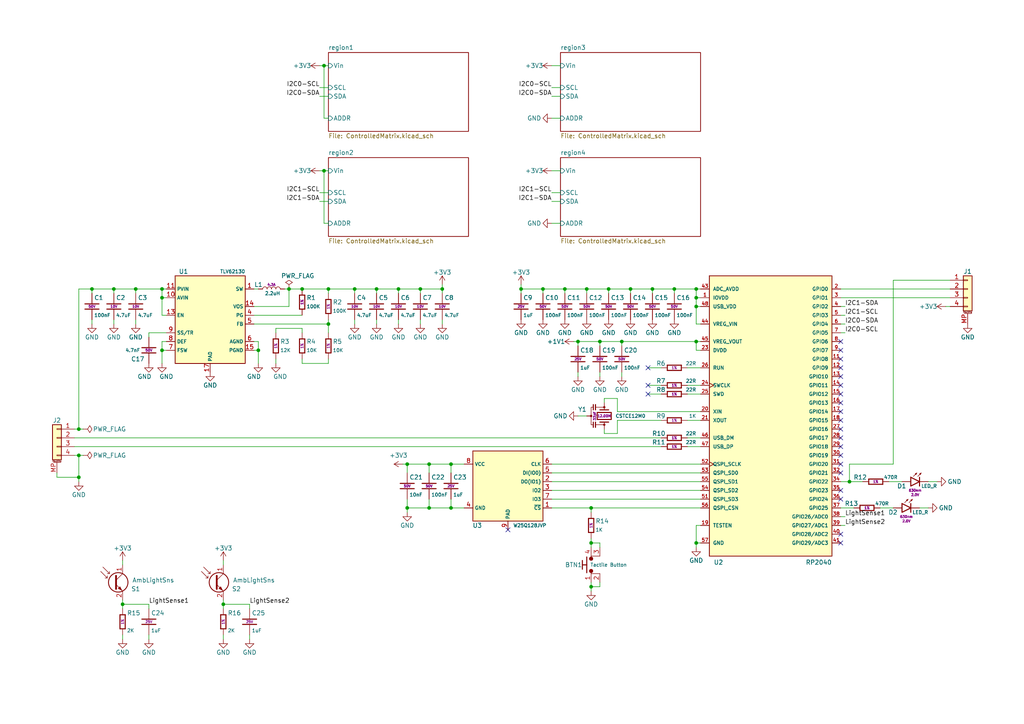
<source format=kicad_sch>
(kicad_sch (version 20211123) (generator eeschema)
  (paper "A4")
  (junction (at 201.93 99.06))
  (junction (at 39.37 83.82))
  (junction (at 22.86 132.08))
  (junction (at 35.56 175.26))
  (junction (at 22.86 138.43))
  (junction (at 124.46 134.62))
  (junction (at 46.99 83.82))
  (junction (at 180.34 99.06))
  (junction (at 118.11 134.62))
  (junction (at 157.48 83.82))
  (junction (at 87.63 83.82))
  (junction (at 124.46 147.32))
  (junction (at 102.87 83.82))
  (junction (at 109.22 83.82))
  (junction (at 118.11 147.32))
  (junction (at 171.45 157.48))
  (junction (at 33.02 83.82))
  (junction (at 115.57 83.82))
  (junction (at 201.93 157.48))
  (junction (at 182.88 83.82))
  (junction (at 128.27 83.82))
  (junction (at 93.98 49.53))
  (junction (at 170.18 83.82))
  (junction (at 176.53 83.82))
  (junction (at 95.25 93.98))
  (junction (at 201.93 83.82))
  (junction (at 173.99 99.06))
  (junction (at 246.38 139.7))
  (junction (at 201.93 88.9))
  (junction (at 201.93 86.36))
  (junction (at 195.58 83.82))
  (junction (at 151.13 83.82))
  (junction (at 121.92 83.82))
  (junction (at 95.25 83.82))
  (junction (at 46.99 86.36))
  (junction (at 171.45 147.32))
  (junction (at 171.45 170.18))
  (junction (at 83.82 83.82))
  (junction (at 93.98 19.05))
  (junction (at 189.23 83.82))
  (junction (at 22.86 124.46))
  (junction (at 74.93 101.6))
  (junction (at 26.67 83.82))
  (junction (at 130.81 147.32))
  (junction (at 130.81 134.62))
  (junction (at 167.64 99.06))
  (junction (at 64.77 175.26))
  (junction (at 46.99 101.6))
  (junction (at 163.83 83.82))
  (no_connect (at 243.84 109.22))
  (no_connect (at 243.84 119.38))
  (no_connect (at 243.84 154.94))
  (no_connect (at 243.84 99.06))
  (no_connect (at 187.96 111.76))
  (no_connect (at 243.84 111.76))
  (no_connect (at 243.84 121.92))
  (no_connect (at 243.84 124.46))
  (no_connect (at 243.84 129.54))
  (no_connect (at 243.84 137.16))
  (no_connect (at 147.32 153.67))
  (no_connect (at 243.84 157.48))
  (no_connect (at 243.84 144.78))
  (no_connect (at 187.96 114.3))
  (no_connect (at 243.84 104.14))
  (no_connect (at 243.84 132.08))
  (no_connect (at 243.84 127))
  (no_connect (at 243.84 101.6))
  (no_connect (at 187.96 106.68))
  (no_connect (at 243.84 114.3))
  (no_connect (at 243.84 134.62))
  (no_connect (at 243.84 106.68))
  (no_connect (at 243.84 116.84))
  (no_connect (at 243.84 142.24))
  (wire (pts (xy 160.02 34.29) (xy 162.56 34.29)))
  (wire (pts (xy 163.83 83.82) (xy 170.18 83.82)))
  (wire (pts (xy 26.67 85.09) (xy 26.67 83.82)))
  (wire (pts (xy 48.26 91.44) (xy 46.99 91.44)))
  (wire (pts (xy 95.25 64.77) (xy 93.98 64.77)))
  (wire (pts (xy 160.02 27.94) (xy 162.56 27.94)))
  (wire (pts (xy 93.98 34.29) (xy 93.98 19.05)))
  (wire (pts (xy 187.96 114.3) (xy 191.77 114.3)))
  (wire (pts (xy 173.99 107.95) (xy 173.99 109.22)))
  (wire (pts (xy 26.67 92.71) (xy 26.67 93.98)))
  (wire (pts (xy 121.92 83.82) (xy 128.27 83.82)))
  (wire (pts (xy 173.99 99.06) (xy 180.34 99.06)))
  (wire (pts (xy 160.02 49.53) (xy 162.56 49.53)))
  (wire (pts (xy 26.67 83.82) (xy 33.02 83.82)))
  (wire (pts (xy 95.25 105.41) (xy 95.25 104.14)))
  (wire (pts (xy 73.66 99.06) (xy 74.93 99.06)))
  (wire (pts (xy 102.87 85.09) (xy 102.87 83.82)))
  (wire (pts (xy 259.08 134.62) (xy 246.38 134.62)))
  (wire (pts (xy 64.77 162.56) (xy 64.77 163.83)))
  (wire (pts (xy 102.87 83.82) (xy 95.25 83.82)))
  (wire (pts (xy 187.96 111.76) (xy 191.77 111.76)))
  (wire (pts (xy 157.48 85.09) (xy 157.48 83.82)))
  (wire (pts (xy 199.39 114.3) (xy 203.2 114.3)))
  (wire (pts (xy 203.2 86.36) (xy 201.93 86.36)))
  (wire (pts (xy 189.23 85.09) (xy 189.23 83.82)))
  (wire (pts (xy 187.96 106.68) (xy 191.77 106.68)))
  (wire (pts (xy 160.02 134.62) (xy 203.2 134.62)))
  (wire (pts (xy 83.82 88.9) (xy 83.82 83.82)))
  (wire (pts (xy 21.59 127) (xy 191.77 127)))
  (wire (pts (xy 255.27 147.32) (xy 259.08 147.32)))
  (wire (pts (xy 203.2 119.38) (xy 179.07 119.38)))
  (wire (pts (xy 39.37 83.82) (xy 46.99 83.82)))
  (wire (pts (xy 43.18 175.26) (xy 35.56 175.26)))
  (wire (pts (xy 35.56 175.26) (xy 35.56 176.53)))
  (wire (pts (xy 124.46 144.78) (xy 124.46 147.32)))
  (wire (pts (xy 266.7 147.32) (xy 269.24 147.32)))
  (wire (pts (xy 173.99 170.18) (xy 171.45 170.18)))
  (wire (pts (xy 130.81 144.78) (xy 130.81 147.32)))
  (wire (pts (xy 130.81 147.32) (xy 134.62 147.32)))
  (wire (pts (xy 201.93 157.48) (xy 201.93 158.75)))
  (wire (pts (xy 124.46 134.62) (xy 124.46 137.16)))
  (wire (pts (xy 48.26 96.52) (xy 43.18 96.52)))
  (wire (pts (xy 64.77 173.99) (xy 64.77 175.26)))
  (wire (pts (xy 115.57 83.82) (xy 121.92 83.82)))
  (wire (pts (xy 245.11 96.52) (xy 243.84 96.52)))
  (wire (pts (xy 160.02 64.77) (xy 162.56 64.77)))
  (wire (pts (xy 118.11 147.32) (xy 124.46 147.32)))
  (wire (pts (xy 199.39 106.68) (xy 203.2 106.68)))
  (wire (pts (xy 72.39 176.53) (xy 72.39 175.26)))
  (wire (pts (xy 118.11 134.62) (xy 118.11 137.16)))
  (wire (pts (xy 118.11 147.32) (xy 118.11 148.59)))
  (wire (pts (xy 43.18 176.53) (xy 43.18 175.26)))
  (wire (pts (xy 175.26 115.57) (xy 175.26 116.84)))
  (wire (pts (xy 73.66 83.82) (xy 74.93 83.82)))
  (wire (pts (xy 130.81 134.62) (xy 134.62 134.62)))
  (wire (pts (xy 128.27 92.71) (xy 128.27 93.98)))
  (wire (pts (xy 199.39 111.76) (xy 203.2 111.76)))
  (wire (pts (xy 171.45 170.18) (xy 171.45 168.91)))
  (wire (pts (xy 95.25 83.82) (xy 87.63 83.82)))
  (wire (pts (xy 179.07 115.57) (xy 175.26 115.57)))
  (wire (pts (xy 109.22 83.82) (xy 109.22 85.09)))
  (wire (pts (xy 201.93 99.06) (xy 201.93 101.6)))
  (wire (pts (xy 95.25 93.98) (xy 95.25 96.52)))
  (wire (pts (xy 46.99 86.36) (xy 48.26 86.36)))
  (wire (pts (xy 170.18 83.82) (xy 170.18 85.09)))
  (wire (pts (xy 39.37 83.82) (xy 39.37 85.09)))
  (wire (pts (xy 160.02 25.4) (xy 162.56 25.4)))
  (wire (pts (xy 118.11 144.78) (xy 118.11 147.32)))
  (wire (pts (xy 35.56 162.56) (xy 35.56 163.83)))
  (wire (pts (xy 274.32 88.9) (xy 275.59 88.9)))
  (wire (pts (xy 180.34 99.06) (xy 201.93 99.06)))
  (wire (pts (xy 95.25 85.09) (xy 95.25 83.82)))
  (wire (pts (xy 167.64 99.06) (xy 173.99 99.06)))
  (wire (pts (xy 245.11 91.44) (xy 243.84 91.44)))
  (wire (pts (xy 171.45 156.21) (xy 171.45 157.48)))
  (wire (pts (xy 203.2 93.98) (xy 201.93 93.98)))
  (wire (pts (xy 87.63 105.41) (xy 95.25 105.41)))
  (wire (pts (xy 171.45 147.32) (xy 171.45 148.59)))
  (wire (pts (xy 199.39 127) (xy 203.2 127)))
  (wire (pts (xy 182.88 83.82) (xy 182.88 85.09)))
  (wire (pts (xy 246.38 134.62) (xy 246.38 139.7)))
  (wire (pts (xy 22.86 83.82) (xy 26.67 83.82)))
  (wire (pts (xy 33.02 92.71) (xy 33.02 93.98)))
  (wire (pts (xy 173.99 100.33) (xy 173.99 99.06)))
  (wire (pts (xy 245.11 88.9) (xy 243.84 88.9)))
  (wire (pts (xy 160.02 139.7) (xy 203.2 139.7)))
  (wire (pts (xy 160.02 58.42) (xy 162.56 58.42)))
  (wire (pts (xy 201.93 86.36) (xy 201.93 88.9)))
  (wire (pts (xy 243.84 149.86) (xy 245.11 149.86)))
  (wire (pts (xy 109.22 92.71) (xy 109.22 93.98)))
  (wire (pts (xy 22.86 132.08) (xy 21.59 132.08)))
  (wire (pts (xy 203.2 83.82) (xy 201.93 83.82)))
  (wire (pts (xy 74.93 101.6) (xy 73.66 101.6)))
  (wire (pts (xy 151.13 85.09) (xy 151.13 83.82)))
  (wire (pts (xy 92.71 27.94) (xy 95.25 27.94)))
  (wire (pts (xy 157.48 83.82) (xy 163.83 83.82)))
  (wire (pts (xy 151.13 82.55) (xy 151.13 83.82)))
  (wire (pts (xy 43.18 185.42) (xy 43.18 184.15)))
  (wire (pts (xy 16.51 137.16) (xy 16.51 138.43)))
  (wire (pts (xy 74.93 105.41) (xy 74.93 101.6)))
  (wire (pts (xy 22.86 124.46) (xy 22.86 83.82)))
  (wire (pts (xy 166.37 99.06) (xy 167.64 99.06)))
  (wire (pts (xy 246.38 139.7) (xy 250.19 139.7)))
  (wire (pts (xy 201.93 93.98) (xy 201.93 88.9)))
  (wire (pts (xy 124.46 134.62) (xy 118.11 134.62)))
  (wire (pts (xy 102.87 83.82) (xy 109.22 83.82)))
  (wire (pts (xy 46.99 105.41) (xy 46.99 101.6)))
  (wire (pts (xy 46.99 86.36) (xy 46.99 83.82)))
  (wire (pts (xy 87.63 96.52) (xy 87.63 95.25)))
  (wire (pts (xy 95.25 93.98) (xy 95.25 92.71)))
  (wire (pts (xy 80.01 95.25) (xy 80.01 96.52)))
  (wire (pts (xy 243.84 86.36) (xy 275.59 86.36)))
  (wire (pts (xy 167.64 100.33) (xy 167.64 99.06)))
  (wire (pts (xy 243.84 83.82) (xy 275.59 83.82)))
  (wire (pts (xy 109.22 83.82) (xy 115.57 83.82)))
  (wire (pts (xy 92.71 19.05) (xy 93.98 19.05)))
  (wire (pts (xy 257.81 139.7) (xy 261.62 139.7)))
  (wire (pts (xy 171.45 170.18) (xy 171.45 171.45)))
  (wire (pts (xy 83.82 83.82) (xy 87.63 83.82)))
  (wire (pts (xy 175.26 124.46) (xy 175.26 125.73)))
  (wire (pts (xy 80.01 104.14) (xy 80.01 105.41)))
  (wire (pts (xy 151.13 83.82) (xy 157.48 83.82)))
  (wire (pts (xy 22.86 132.08) (xy 24.13 132.08)))
  (wire (pts (xy 199.39 129.54) (xy 203.2 129.54)))
  (wire (pts (xy 160.02 137.16) (xy 203.2 137.16)))
  (wire (pts (xy 92.71 55.88) (xy 95.25 55.88)))
  (wire (pts (xy 195.58 83.82) (xy 189.23 83.82)))
  (wire (pts (xy 180.34 107.95) (xy 180.34 109.22)))
  (wire (pts (xy 115.57 92.71) (xy 115.57 93.98)))
  (wire (pts (xy 87.63 104.14) (xy 87.63 105.41)))
  (wire (pts (xy 43.18 96.52) (xy 43.18 97.79)))
  (wire (pts (xy 243.84 152.4) (xy 245.11 152.4)))
  (wire (pts (xy 163.83 85.09) (xy 163.83 83.82)))
  (wire (pts (xy 259.08 81.28) (xy 259.08 134.62)))
  (wire (pts (xy 201.93 157.48) (xy 203.2 157.48)))
  (wire (pts (xy 21.59 129.54) (xy 191.77 129.54)))
  (wire (pts (xy 73.66 88.9) (xy 83.82 88.9)))
  (wire (pts (xy 130.81 137.16) (xy 130.81 134.62)))
  (wire (pts (xy 124.46 147.32) (xy 130.81 147.32)))
  (wire (pts (xy 33.02 83.82) (xy 39.37 83.82)))
  (wire (pts (xy 22.86 139.7) (xy 22.86 138.43)))
  (wire (pts (xy 95.25 34.29) (xy 93.98 34.29)))
  (wire (pts (xy 124.46 134.62) (xy 130.81 134.62)))
  (wire (pts (xy 33.02 83.82) (xy 33.02 85.09)))
  (wire (pts (xy 46.99 83.82) (xy 48.26 83.82)))
  (wire (pts (xy 92.71 58.42) (xy 95.25 58.42)))
  (wire (pts (xy 160.02 144.78) (xy 203.2 144.78)))
  (wire (pts (xy 21.59 124.46) (xy 22.86 124.46)))
  (wire (pts (xy 243.84 139.7) (xy 246.38 139.7)))
  (wire (pts (xy 92.71 49.53) (xy 93.98 49.53)))
  (wire (pts (xy 48.26 99.06) (xy 46.99 99.06)))
  (wire (pts (xy 46.99 99.06) (xy 46.99 101.6)))
  (wire (pts (xy 92.71 25.4) (xy 95.25 25.4)))
  (wire (pts (xy 189.23 83.82) (xy 182.88 83.82)))
  (wire (pts (xy 93.98 19.05) (xy 95.25 19.05)))
  (wire (pts (xy 199.39 121.92) (xy 203.2 121.92)))
  (wire (pts (xy 35.56 173.99) (xy 35.56 175.26)))
  (wire (pts (xy 160.02 147.32) (xy 171.45 147.32)))
  (wire (pts (xy 73.66 93.98) (xy 95.25 93.98)))
  (wire (pts (xy 176.53 83.82) (xy 182.88 83.82)))
  (wire (pts (xy 46.99 91.44) (xy 46.99 86.36)))
  (wire (pts (xy 115.57 83.82) (xy 115.57 85.09)))
  (wire (pts (xy 116.84 134.62) (xy 118.11 134.62)))
  (wire (pts (xy 93.98 64.77) (xy 93.98 49.53)))
  (wire (pts (xy 73.66 91.44) (xy 87.63 91.44)))
  (wire (pts (xy 160.02 142.24) (xy 203.2 142.24)))
  (wire (pts (xy 160.02 19.05) (xy 162.56 19.05)))
  (wire (pts (xy 39.37 92.71) (xy 39.37 93.98)))
  (wire (pts (xy 203.2 152.4) (xy 201.93 152.4)))
  (wire (pts (xy 195.58 83.82) (xy 195.58 85.09)))
  (wire (pts (xy 180.34 99.06) (xy 180.34 100.33)))
  (wire (pts (xy 167.64 120.65) (xy 170.18 120.65)))
  (wire (pts (xy 173.99 158.75) (xy 173.99 157.48)))
  (wire (pts (xy 173.99 157.48) (xy 171.45 157.48)))
  (wire (pts (xy 121.92 83.82) (xy 121.92 85.09)))
  (wire (pts (xy 269.24 139.7) (xy 271.78 139.7)))
  (wire (pts (xy 201.93 83.82) (xy 201.93 86.36)))
  (wire (pts (xy 35.56 185.42) (xy 35.56 184.15)))
  (wire (pts (xy 171.45 147.32) (xy 203.2 147.32)))
  (wire (pts (xy 175.26 125.73) (xy 179.07 125.73)))
  (wire (pts (xy 72.39 185.42) (xy 72.39 184.15)))
  (wire (pts (xy 128.27 83.82) (xy 128.27 85.09)))
  (wire (pts (xy 16.51 138.43) (xy 22.86 138.43)))
  (wire (pts (xy 64.77 175.26) (xy 64.77 176.53)))
  (wire (pts (xy 201.93 88.9) (xy 203.2 88.9)))
  (wire (pts (xy 170.18 83.82) (xy 176.53 83.82)))
  (wire (pts (xy 243.84 147.32) (xy 247.65 147.32)))
  (wire (pts (xy 203.2 101.6) (xy 201.93 101.6)))
  (wire (pts (xy 176.53 85.09) (xy 176.53 83.82)))
  (wire (pts (xy 173.99 168.91) (xy 173.99 170.18)))
  (wire (pts (xy 22.86 124.46) (xy 24.13 124.46)))
  (wire (pts (xy 93.98 49.53) (xy 95.25 49.53)))
  (wire (pts (xy 22.86 138.43) (xy 22.86 132.08)))
  (wire (pts (xy 259.08 81.28) (xy 275.59 81.28)))
  (wire (pts (xy 179.07 121.92) (xy 191.77 121.92)))
  (wire (pts (xy 201.93 83.82) (xy 195.58 83.82)))
  (wire (pts (xy 83.82 83.82) (xy 82.55 83.82)))
  (wire (pts (xy 102.87 92.71) (xy 102.87 93.98)))
  (wire (pts (xy 72.39 175.26) (xy 64.77 175.26)))
  (wire (pts (xy 179.07 125.73) (xy 179.07 121.92)))
  (wire (pts (xy 160.02 55.88) (xy 162.56 55.88)))
  (wire (pts (xy 128.27 82.55) (xy 128.27 83.82)))
  (wire (pts (xy 74.93 99.06) (xy 74.93 101.6)))
  (wire (pts (xy 64.77 185.42) (xy 64.77 184.15)))
  (wire (pts (xy 243.84 93.98) (xy 245.11 93.98)))
  (wire (pts (xy 87.63 95.25) (xy 80.01 95.25)))
  (wire (pts (xy 201.93 152.4) (xy 201.93 157.48)))
  (wire (pts (xy 121.92 92.71) (xy 121.92 93.98)))
  (wire (pts (xy 46.99 101.6) (xy 48.26 101.6)))
  (wire (pts (xy 171.45 157.48) (xy 171.45 158.75)))
  (wire (pts (xy 201.93 99.06) (xy 203.2 99.06)))
  (wire (pts (xy 167.64 107.95) (xy 167.64 109.22)))
  (wire (pts (xy 179.07 119.38) (xy 179.07 115.57)))
  (label "I2C0-SCL" (at 160.02 25.4 180))
  (label "I2C1-SDA" (at 92.71 58.42 180))
  (label "I2C0-SDA" (at 245.11 93.98 0))
  (label "LightSense2" (at 72.39 175.26 0))
  (label "I2C1-SCL" (at 92.71 55.88 180))
  (label "I2C0-SCL" (at 92.71 25.4 180))
  (label "I2C1-SDA" (at 160.02 58.42 180))
  (label "I2C1-SCL" (at 160.02 55.88 180))
  (label "LightSense1" (at 245.11 149.86 0))
  (label "I2C0-SDA" (at 92.71 27.94 180))
  (label "I2C1-SDA" (at 245.11 88.9 0))
  (label "LightSense2" (at 245.11 152.4 0))
  (label "I2C0-SDA" (at 160.02 27.94 180))
  (label "I2C0-SCL" (at 245.11 96.52 0))
  (label "LightSense1" (at 43.18 175.26 0))
  (label "I2C1-SCL" (at 245.11 91.44 0))
  (symbol (lib_id "CoE_Capacitor:1uF") (at 167.64 104.14 0) (unit 1)
    (property "Reference" "C18" (at 168.275 101.6 0) (effects (justify left)))
    (property "Value" "1uF" (at 168.275 106.68 0) (effects (font (size 0.9906 0.9906)) (justify left)))
    (property "Footprint" "CoF_Capacitor:C-0402" (effects hide))
    (property "Voltage" "25V" (at 167.64 104.14 0) (effects (font (size 0.7112 0.7112))))
    (property "MFR. Part #" "CL05A105KA5NQNC" (effects hide))
    (property "JLCPCB Part #" "C52923" (effects hide))
  )
  (symbol (lib_id "power:GND") (at 72.39 185.42 0) (unit 1)
    (property "Reference" "#PWR049" (effects hide))
    (property "Value" "GND" (at 72.39 189.23 0))
  )
  (symbol (lib_id "power:GND") (at 118.11 148.59 0) (unit 1)
    (property "Reference" "#PWR041" (effects hide))
    (property "Value" "GND" (at 118.11 152.4 0))
  )
  (symbol (lib_id "power:GND") (at 182.88 92.71 0) (unit 1)
    (property "Reference" "#PWR015" (effects hide))
    (property "Value" "GND" (at 182.88 96.52 0))
  )
  (symbol (lib_id "CoE_Capacitor:100nF") (at 189.23 88.9 0) (unit 1)
    (property "Reference" "C15" (at 189.865 86.36 0) (effects (justify left)))
    (property "Value" "100nF" (at 189.865 91.44 0) (effects (font (size 0.9906 0.9906)) (justify left)))
    (property "Footprint" "CoF_Capacitor:C-0402" (effects hide))
    (property "Voltage" "50V" (at 189.23 88.9 0) (effects (font (size 0.7112 0.7112))))
    (property "MFR. Part #" "CL05B104KB54PNC" (effects hide))
    (property "JLCPCB Part #" "C307331" (effects hide))
  )
  (symbol (lib_id "CoE_Resistor:22R") (at 195.58 106.68 90) (unit 1)
    (property "Reference" "R6" (at 193.04 105.41 90) (effects (justify left)))
    (property "Value" "22R" (at 201.93 105.41 90) (effects (font (size 0.9906 0.9906)) (justify left)))
    (property "Footprint" "CoF_Resistor:R-0402" (effects hide))
    (property "Tolerance" "1%" (at 195.58 106.68 90) (effects (font (size 0.7112 0.7112))))
    (property "MFR. Part #" "0402WGF220JTCE" (effects hide))
    (property "JLCPCB Part #" "C25092" (effects hide))
  )
  (symbol (lib_id "power:GND") (at 43.18 105.41 0) (mirror y) (unit 1)
    (property "Reference" "#PWR028" (effects hide))
    (property "Value" "GND" (at 41.91 109.22 0))
  )
  (symbol (lib_id "power:+3V3") (at 92.71 49.53 90) (unit 1)
    (property "Reference" "#PWR04" (effects hide))
    (property "Value" "+3V3" (at 87.63 49.53 90))
  )
  (symbol (lib_id "power:GND") (at 46.99 105.41 0) (mirror y) (unit 1)
    (property "Reference" "#PWR029" (effects hide))
    (property "Value" "GND" (at 48.26 109.22 0))
  )
  (symbol (lib_id "CoE_Capacitor:1uF") (at 130.81 140.97 0) (unit 1)
    (property "Reference" "C23" (at 131.445 138.43 0) (effects (justify left)))
    (property "Value" "1uF" (at 131.445 143.51 0) (effects (font (size 0.9906 0.9906)) (justify left)))
    (property "Footprint" "CoF_Capacitor:C-0402" (effects hide))
    (property "Voltage" "25V" (at 130.81 140.97 0) (effects (font (size 0.7112 0.7112))))
    (property "MFR. Part #" "CL05A105KA5NQNC" (effects hide))
    (property "JLCPCB Part #" "C52923" (effects hide))
  )
  (symbol (lib_id "power:+3V3") (at 116.84 134.62 90) (unit 1)
    (property "Reference" "#PWR037" (effects hide))
    (property "Value" "+3V3" (at 115.57 132.08 90))
  )
  (symbol (lib_id "power:GND") (at 151.13 92.71 0) (unit 1)
    (property "Reference" "#PWR010" (effects hide))
    (property "Value" "GND" (at 151.13 96.52 0))
  )
  (symbol (lib_id "power:GND") (at 170.18 92.71 0) (unit 1)
    (property "Reference" "#PWR013" (effects hide))
    (property "Value" "GND" (at 170.18 96.52 0))
  )
  (symbol (lib_id "CoE_Connector:BM04B-GHS-TBT") (at 279.4 81.28 0) (unit 1)
    (property "Reference" "J1" (at 280.67 78.74 0))
    (property "Value" "BM04B-GHS-TBT" (effects hide))
    (property "Footprint" "CoF_Connector:BM04B-GHS-TBT" (effects hide))
    (property "Datasheet" "https://www.jst-mfg.com/product/pdf/eng/eGH.pdf" (effects hide))
  )
  (symbol (lib_id "power:+3V3") (at 35.56 162.56 0) (unit 1)
    (property "Reference" "#PWR043" (effects hide))
    (property "Value" "+3V3" (at 35.56 159.004 0))
  )
  (symbol (lib_id "power:GND") (at 109.22 93.98 0) (unit 1)
    (property "Reference" "#PWR022" (effects hide))
    (property "Value" "GND" (at 109.22 97.79 0))
  )
  (symbol (lib_id "CoE_Clock:CSTCE12M0") (at 175.26 120.65 0) (unit 1)
    (property "Reference" "Y1" (at 167.64 118.745 0) (effects (justify left)))
    (property "Value" "CSTCE12M0" (at 182.88 120.65 0) (effects (font (size 0.9906 0.9906))))
    (property "Footprint" "CoF_Crystal:CSTNE" (effects hide))
    (property "Datasheet" "https://datasheet.lcsc.com/szlcsc/1810170912_Murata-Electronics-CSTCE12M0G55-R0_C91581.pdf" (effects hide))
    (property "Frequency" "12.00M" (at 175.26 120.65 0) (effects (font (size 0.7112 0.7112))))
    (property "Load Capacitance" "33pF" (at 172.466 120.65 90) (effects (font (size 0.7112 0.7112))))
    (property "MFR. Part #" "CSTCE12M0G55-R0" (effects hide))
    (property "JLCPCB Part #" "C91581" (effects hide))
  )
  (symbol (lib_id "CoE_Capacitor:1uF") (at 72.39 180.34 0) (unit 1)
    (property "Reference" "C25" (at 73.025 177.8 0) (effects (justify left)))
    (property "Value" "1uF" (at 73.025 182.88 0) (effects (font (size 0.9906 0.9906)) (justify left)))
    (property "Footprint" "CoF_Capacitor:C-0402" (effects hide))
    (property "Voltage" "25V" (at 72.39 180.34 0) (effects (font (size 0.7112 0.7112))))
    (property "MFR. Part #" "CL05A105KA5NQNC" (effects hide))
    (property "JLCPCB Part #" "C52923" (effects hide))
  )
  (symbol (lib_id "CoE_Capacitor:100nF") (at 195.58 88.9 0) (unit 1)
    (property "Reference" "C16" (at 196.215 86.36 0) (effects (justify left)))
    (property "Value" "100nF" (at 196.215 91.44 0) (effects (font (size 0.9906 0.9906)) (justify left)))
    (property "Footprint" "CoF_Capacitor:C-0402" (effects hide))
    (property "Voltage" "50V" (at 195.58 88.9 0) (effects (font (size 0.7112 0.7112))))
    (property "MFR. Part #" "CL05B104KB54PNC" (effects hide))
    (property "JLCPCB Part #" "C307331" (effects hide))
  )
  (symbol (lib_id "power:GND") (at 102.87 93.98 0) (unit 1)
    (property "Reference" "#PWR021" (effects hide))
    (property "Value" "GND" (at 102.87 97.79 0))
  )
  (symbol (lib_id "power:GND") (at 269.24 147.32 90) (unit 1)
    (property "Reference" "#PWR040" (effects hide))
    (property "Value" "GND" (at 274.32 147.32 90))
  )
  (symbol (lib_id "power:GND") (at 115.57 93.98 0) (unit 1)
    (property "Reference" "#PWR023" (effects hide))
    (property "Value" "GND" (at 115.57 97.79 0))
  )
  (symbol (lib_id "power:GND") (at 22.86 139.7 0) (unit 1)
    (property "Reference" "#PWR038" (effects hide))
    (property "Value" "GND" (at 22.86 143.51 0))
  )
  (symbol (lib_id "CoE_Capacitor:100nF") (at 124.46 140.97 0) (unit 1)
    (property "Reference" "C22" (at 125.095 138.43 0) (effects (justify left)))
    (property "Value" "100nF" (at 125.095 143.51 0) (effects (font (size 0.9906 0.9906)) (justify left)))
    (property "Footprint" "CoF_Capacitor:C-0402" (effects hide))
    (property "Voltage" "50V" (at 124.46 140.97 0) (effects (font (size 0.7112 0.7112))))
    (property "MFR. Part #" "CL05B104KB54PNC" (effects hide))
    (property "JLCPCB Part #" "C307331" (effects hide))
  )
  (symbol (lib_id "power:GND") (at 80.01 105.41 0) (unit 1)
    (property "Reference" "#PWR031" (effects hide))
    (property "Value" "GND" (at 81.28 109.22 0))
  )
  (symbol (lib_id "CoE_Capacitor:100nF") (at 173.99 104.14 0) (unit 1)
    (property "Reference" "C19" (at 174.625 101.6 0) (effects (justify left)))
    (property "Value" "100nF" (at 174.625 106.68 0) (effects (font (size 0.9906 0.9906)) (justify left)))
    (property "Footprint" "CoF_Capacitor:C-0402" (effects hide))
    (property "Voltage" "50V" (at 173.99 104.14 0) (effects (font (size 0.7112 0.7112))))
    (property "MFR. Part #" "CL05B104KB54PNC" (effects hide))
    (property "JLCPCB Part #" "C307331" (effects hide))
  )
  (symbol (lib_id "CoE_Resistor:100K") (at 87.63 87.63 0) (unit 1)
    (property "Reference" "R1" (at 88.9 86.36 0) (effects (justify left)))
    (property "Value" "100K" (at 88.9 88.9 0) (effects (font (size 0.9906 0.9906)) (justify left)))
    (property "Footprint" "CoF_Resistor:R-0402" (effects hide))
    (property "Tolerance" "1%" (at 87.63 87.63 90) (effects (font (size 0.7112 0.7112))))
    (property "MFR. Part #" "0402WGF1003TCE" (effects hide))
    (property "JLCPCB Part #" "C25741" (effects hide))
  )
  (symbol (lib_id "power:+3V3") (at 160.02 19.05 90) (unit 1)
    (property "Reference" "#PWR02" (effects hide))
    (property "Value" "+3V3" (at 154.94 19.05 90))
  )
  (symbol (lib_id "CoE_Diode:LED_R") (at 262.89 147.32 90) (unit 1)
    (property "Reference" "D2" (at 260.35 148.59 90) (effects (justify left)))
    (property "Value" "LED_R" (at 269.24 148.59 90) (effects (font (size 0.9906 0.9906)) (justify left)))
    (property "Footprint" "CoF_Diode:LED-0603" (effects hide))
    (property "Datasheet" "https://datasheet.lcsc.com/lcsc/1810231112_Hubei-KENTO-Elec-KT-0603R_C2286.pdf" (effects hide))
    (property "Vd" "2.0V" (at 262.89 151.13 90) (effects (font (size 0.7112 0.7112))))
    (property "Wavelength" "630nm" (at 262.89 149.86 90) (effects (font (size 0.7112 0.7112))))
    (property "MFR. Part #" "KT-0603R" (effects hide))
    (property "JLCPCB Part #" "C2286" (effects hide))
  )
  (symbol (lib_id "CoE_Capacitor:4.7uF") (at 115.57 88.9 0) (unit 1)
    (property "Reference" "C6" (at 116.205 86.36 0) (effects (justify left)))
    (property "Value" "4.7uF" (at 116.205 91.44 0) (effects (font (size 0.9906 0.9906)) (justify left)))
    (property "Footprint" "CoF_Capacitor:C-0402" (effects hide))
    (property "Voltage" "10V" (at 115.57 88.9 0) (effects (font (size 0.7112 0.7112))))
    (property "MFR. Part #" "CL05A475MP5NRNC" (effects hide))
    (property "JLCPCB Part #" "C23733" (effects hide))
  )
  (symbol (lib_id "power:GND") (at 180.34 109.22 0) (unit 1)
    (property "Reference" "#PWR035" (effects hide))
    (property "Value" "GND" (at 180.34 113.03 0))
  )
  (symbol (lib_id "power:GND") (at 160.02 64.77 270) (unit 1)
    (property "Reference" "#PWR06" (effects hide))
    (property "Value" "GND" (at 154.94 64.77 90))
  )
  (symbol (lib_id "power:GND") (at 160.02 34.29 270) (unit 1)
    (property "Reference" "#PWR03" (effects hide))
    (property "Value" "GND" (at 154.94 34.29 90))
  )
  (symbol (lib_id "power:GND") (at 33.02 93.98 0) (unit 1)
    (property "Reference" "#PWR019" (effects hide))
    (property "Value" "GND" (at 33.02 97.79 0))
  )
  (symbol (lib_id "power:GND") (at 74.93 105.41 0) (unit 1)
    (property "Reference" "#PWR030" (effects hide))
    (property "Value" "GND" (at 73.66 109.22 0))
  )
  (symbol (lib_id "CoE_Resistor:22R") (at 195.58 127 90) (unit 1)
    (property "Reference" "R10" (at 193.04 125.73 90) (effects (justify left)))
    (property "Value" "22R" (at 201.93 125.73 90) (effects (font (size 0.9906 0.9906)) (justify left)))
    (property "Footprint" "CoF_Resistor:R-0402" (effects hide))
    (property "Tolerance" "1%" (at 195.58 127 90) (effects (font (size 0.7112 0.7112))))
    (property "MFR. Part #" "0402WGF220JTCE" (effects hide))
    (property "JLCPCB Part #" "C25092" (effects hide))
  )
  (symbol (lib_id "power:PWR_FLAG") (at 83.82 83.82 0) (unit 1)
    (property "Reference" "#FLG01" (effects hide))
    (property "Value" "PWR_FLAG" (at 86.36 80.01 0))
  )
  (symbol (lib_id "power:+3V3") (at 151.13 82.55 0) (unit 1)
    (property "Reference" "#PWR08" (effects hide))
    (property "Value" "+3V3" (at 151.13 78.994 0))
  )
  (symbol (lib_id "CoE_Capacitor:100nF") (at 163.83 88.9 0) (unit 1)
    (property "Reference" "C11" (at 164.465 86.36 0) (effects (justify left)))
    (property "Value" "100nF" (at 164.465 91.44 0) (effects (font (size 0.9906 0.9906)) (justify left)))
    (property "Footprint" "CoF_Capacitor:C-0402" (effects hide))
    (property "Voltage" "50V" (at 163.83 88.9 0) (effects (font (size 0.7112 0.7112))))
    (property "MFR. Part #" "CL05B104KB54PNC" (effects hide))
    (property "JLCPCB Part #" "C307331" (effects hide))
  )
  (symbol (lib_id "power:GND") (at 157.48 92.71 0) (unit 1)
    (property "Reference" "#PWR011" (effects hide))
    (property "Value" "GND" (at 157.48 96.52 0))
  )
  (symbol (lib_id "CoE_IntegratedCircuit:TLV62130") (at 60.96 87.63 0) (unit 1)
    (property "Reference" "U1" (at 54.61 78.74 0) (effects (justify right)))
    (property "Value" "TLV62130" (at 71.12 78.74 0) (effects (font (size 0.9906 0.9906)) (justify right)))
    (property "Footprint" "CoF_QuadFlat:QFN-16-EP" (effects hide))
    (property "Datasheet" "https://www.ti.com/lit/ds/symlink/tlv62130a.pdf" (effects hide))
    (property "Manufacturer Part #" "TLV62130RGTR" (effects hide))
    (property "JLCPCB Part #" "C122479" (effects hide))
  )
  (symbol (lib_id "CoE_Resistor:12K") (at 80.01 100.33 0) (unit 1)
    (property "Reference" "R3" (at 81.28 99.06 0) (effects (justify left)))
    (property "Value" "12K" (at 81.28 101.6 0) (effects (font (size 0.9906 0.9906)) (justify left)))
    (property "Footprint" "CoF_Resistor:R-0402" (effects hide))
    (property "Tolerance" "1%" (at 80.01 100.33 90) (effects (font (size 0.7112 0.7112))))
    (property "MFR. Part #" "0402WGF1202TCE" (effects hide))
    (property "JLCPCB Part #" " C25752" (effects hide))
  )
  (symbol (lib_id "CoE_Resistor:22R") (at 195.58 111.76 90) (unit 1)
    (property "Reference" "R7" (at 193.04 110.49 90) (effects (justify left)))
    (property "Value" "22R" (at 201.93 110.49 90) (effects (font (size 0.9906 0.9906)) (justify left)))
    (property "Footprint" "CoF_Resistor:R-0402" (effects hide))
    (property "Tolerance" "1%" (at 195.58 111.76 90) (effects (font (size 0.7112 0.7112))))
    (property "MFR. Part #" "0402WGF220JTCE" (effects hide))
    (property "JLCPCB Part #" "C25092" (effects hide))
  )
  (symbol (lib_id "power:PWR_FLAG") (at 24.13 132.08 270) (unit 1)
    (property "Reference" "#FLG03" (effects hide))
    (property "Value" "PWR_FLAG" (at 31.75 132.08 90))
  )
  (symbol (lib_id "CoE_Inductor:2.2uH") (at 78.74 83.82 90) (unit 1)
    (property "Reference" "L1" (at 76.2 82.55 90) (effects (justify left)))
    (property "Value" "2.2uH" (at 81.28 85.09 90) (effects (font (size 0.9906 0.9906)) (justify left)))
    (property "Footprint" "CoF_Inductor:L-4-4" (effects hide))
    (property "Datasheet" "https://datasheet.lcsc.com/lcsc/2110091730_Sunlord-WPN4020H2R2MT_C98361.pdf" (effects hide))
    (property "Saturation Current" "4.3A" (at 78.74 82.55 90) (effects (font (size 0.7112 0.7112))))
    (property "MFR Part #" "WPN4020H2R2MT" (effects hide))
    (property "JLCPCB Part #" "C98361" (effects hide))
  )
  (symbol (lib_id "CoE_Capacitor:4.7uF") (at 109.22 88.9 0) (unit 1)
    (property "Reference" "C5" (at 109.855 86.36 0) (effects (justify left)))
    (property "Value" "4.7uF" (at 109.855 91.44 0) (effects (font (size 0.9906 0.9906)) (justify left)))
    (property "Footprint" "CoF_Capacitor:C-0402" (effects hide))
    (property "Voltage" "10V" (at 109.22 88.9 0) (effects (font (size 0.7112 0.7112))))
    (property "MFR. Part #" "CL05A475MP5NRNC" (effects hide))
    (property "JLCPCB Part #" "C23733" (effects hide))
  )
  (symbol (lib_id "power:GND") (at 167.64 109.22 0) (unit 1)
    (property "Reference" "#PWR033" (effects hide))
    (property "Value" "GND" (at 167.64 113.03 0))
  )
  (symbol (lib_id "CoE_Resistor:100K") (at 95.25 88.9 0) (unit 1)
    (property "Reference" "R2" (at 96.52 87.63 0) (effects (justify left)))
    (property "Value" "100K" (at 96.52 90.17 0) (effects (font (size 0.9906 0.9906)) (justify left)))
    (property "Footprint" "CoF_Resistor:R-0402" (effects hide))
    (property "Tolerance" "1%" (at 95.25 88.9 90) (effects (font (size 0.7112 0.7112))))
    (property "MFR. Part #" "0402WGF1003TCE" (effects hide))
    (property "JLCPCB Part #" "C25741" (effects hide))
  )
  (symbol (lib_id "CoE_Diode:LED_R") (at 265.43 139.7 90) (unit 1)
    (property "Reference" "D1" (at 262.89 140.97 90) (effects (justify left)))
    (property "Value" "LED_R" (at 271.78 140.97 90) (effects (font (size 0.9906 0.9906)) (justify left)))
    (property "Footprint" "CoF_Diode:LED-0603" (effects hide))
    (property "Datasheet" "https://datasheet.lcsc.com/lcsc/1810231112_Hubei-KENTO-Elec-KT-0603R_C2286.pdf" (effects hide))
    (property "Vd" "2.0V" (at 265.43 143.51 90) (effects (font (size 0.7112 0.7112))))
    (property "Wavelength" "630nm" (at 265.43 142.24 90) (effects (font (size 0.7112 0.7112))))
    (property "MFR. Part #" "KT-0603R" (effects hide))
    (property "JLCPCB Part #" "C2286" (effects hide))
  )
  (symbol (lib_id "CoE_Capacitor:4.7uF") (at 128.27 88.9 0) (unit 1)
    (property "Reference" "C8" (at 128.905 86.36 0) (effects (justify left)))
    (property "Value" "4.7uF" (at 128.905 91.44 0) (effects (font (size 0.9906 0.9906)) (justify left)))
    (property "Footprint" "CoF_Capacitor:C-0402" (effects hide))
    (property "Voltage" "10V" (at 128.27 88.9 0) (effects (font (size 0.7112 0.7112))))
    (property "MFR. Part #" "CL05A475MP5NRNC" (effects hide))
    (property "JLCPCB Part #" "C23733" (effects hide))
  )
  (symbol (lib_id "power:GND") (at 280.67 93.98 0) (unit 1)
    (property "Reference" "#PWR026" (effects hide))
    (property "Value" "GND" (at 280.67 97.79 0))
  )
  (symbol (lib_id "power:+3V3") (at 274.32 88.9 90) (unit 1)
    (property "Reference" "#PWR09" (effects hide))
    (property "Value" "+3V3" (at 269.24 88.9 90))
  )
  (symbol (lib_id "CoE_Capacitor:4.7uF") (at 33.02 88.9 0) (unit 1)
    (property "Reference" "C2" (at 33.655 86.36 0) (effects (justify left)))
    (property "Value" "4.7uF" (at 33.655 91.44 0) (effects (font (size 0.9906 0.9906)) (justify left)))
    (property "Footprint" "CoF_Capacitor:C-0402" (effects hide))
    (property "Voltage" "10V" (at 33.02 88.9 0) (effects (font (size 0.7112 0.7112))))
    (property "MFR. Part #" "CL05A475MP5NRNC" (effects hide))
    (property "JLCPCB Part #" "C23733" (effects hide))
  )
  (symbol (lib_id "power:GND") (at 171.45 171.45 0) (unit 1)
    (property "Reference" "#PWR045" (effects hide))
    (property "Value" "GND" (at 171.45 175.26 0))
  )
  (symbol (lib_id "CoE_Resistor:2K") (at 35.56 180.34 0) (unit 1)
    (property "Reference" "R15" (at 36.83 177.8 0) (effects (justify left)))
    (property "Value" "2K" (at 36.83 182.88 0) (effects (font (size 0.9906 0.9906)) (justify left)))
    (property "Footprint" "CoF_Resistor:R-0402" (effects hide))
    (property "Tolerance" "1%" (at 35.56 180.34 90) (effects (font (size 0.7112 0.7112))))
    (property "MFR. Part #" "0402WGF2001TCE" (effects hide))
    (property "JLCPCB Part #" "C4109" (effects hide))
  )
  (symbol (lib_id "power:PWR_FLAG") (at 24.13 124.46 270) (unit 1)
    (property "Reference" "#FLG02" (effects hide))
    (property "Value" "PWR_FLAG" (at 31.75 124.46 90))
  )
  (symbol (lib_id "CoE_Capacitor:10nF") (at 118.11 140.97 0) (unit 1)
    (property "Reference" "C21" (at 118.745 138.43 0) (effects (justify left)))
    (property "Value" "10nF" (at 118.745 143.51 0) (effects (font (size 0.9906 0.9906)) (justify left)))
    (property "Footprint" "CoF_Capacitor:C-0402" (effects hide))
    (property "Voltage" "50V" (at 118.11 140.97 0) (effects (font (size 0.7112 0.7112))))
    (property "MFR. Part #" "CL05B103KB5NNNC" (effects hide))
    (property "JLCPCB Part #" "C15195" (effects hide))
  )
  (symbol (lib_id "power:GND") (at 60.96 107.95 0) (mirror y) (unit 1)
    (property "Reference" "#PWR032" (effects hide))
    (property "Value" "GND" (at 60.96 111.76 0))
  )
  (symbol (lib_id "CoE_Capacitor:1uF") (at 43.18 180.34 0) (unit 1)
    (property "Reference" "C24" (at 43.815 177.8 0) (effects (justify left)))
    (property "Value" "1uF" (at 43.815 182.88 0) (effects (font (size 0.9906 0.9906)) (justify left)))
    (property "Footprint" "CoF_Capacitor:C-0402" (effects hide))
    (property "Voltage" "25V" (at 43.18 180.34 0) (effects (font (size 0.7112 0.7112))))
    (property "MFR. Part #" "CL05A105KA5NQNC" (effects hide))
    (property "JLCPCB Part #" "C52923" (effects hide))
  )
  (symbol (lib_id "CoE_Resistor:10K") (at 87.63 100.33 0) (unit 1)
    (property "Reference" "R4" (at 88.9 99.06 0) (effects (justify left)))
    (property "Value" "10K" (at 88.9 101.6 0) (effects (font (size 0.9906 0.9906)) (justify left)))
    (property "Footprint" "CoF_Resistor:R-0402" (effects hide))
    (property "Tolerance" "1%" (at 87.63 100.33 90) (effects (font (size 0.7112 0.7112))))
    (property "MFR. Part #" "0402WGF1002TCE" (effects hide))
    (property "JLCPCB Part #" "C25744" (effects hide))
  )
  (symbol (lib_id "CoE_Capacitor:100nF") (at 182.88 88.9 0) (unit 1)
    (property "Reference" "C14" (at 183.515 86.36 0) (effects (justify left)))
    (property "Value" "100nF" (at 183.515 91.44 0) (effects (font (size 0.9906 0.9906)) (justify left)))
    (property "Footprint" "CoF_Capacitor:C-0402" (effects hide))
    (property "Voltage" "50V" (at 182.88 88.9 0) (effects (font (size 0.7112 0.7112))))
    (property "MFR. Part #" "CL05B104KB54PNC" (effects hide))
    (property "JLCPCB Part #" "C307331" (effects hide))
  )
  (symbol (lib_id "power:+3V3") (at 92.71 19.05 90) (unit 1)
    (property "Reference" "#PWR01" (effects hide))
    (property "Value" "+3V3" (at 87.63 19.05 90))
  )
  (symbol (lib_id "CoE_Capacitor:100nF") (at 176.53 88.9 0) (unit 1)
    (property "Reference" "C13" (at 177.165 86.36 0) (effects (justify left)))
    (property "Value" "100nF" (at 177.165 91.44 0) (effects (font (size 0.9906 0.9906)) (justify left)))
    (property "Footprint" "CoF_Capacitor:C-0402" (effects hide))
    (property "Voltage" "50V" (at 176.53 88.9 0) (effects (font (size 0.7112 0.7112))))
    (property "MFR. Part #" "CL05B104KB54PNC" (effects hide))
    (property "JLCPCB Part #" "C307331" (effects hide))
  )
  (symbol (lib_id "power:GND") (at 195.58 92.71 0) (unit 1)
    (property "Reference" "#PWR017" (effects hide))
    (property "Value" "GND" (at 195.58 96.52 0))
  )
  (symbol (lib_id "power:GND") (at 64.77 185.42 0) (unit 1)
    (property "Reference" "#PWR048" (effects hide))
    (property "Value" "GND" (at 64.77 189.23 0))
  )
  (symbol (lib_id "power:GND") (at 189.23 92.71 0) (unit 1)
    (property "Reference" "#PWR016" (effects hide))
    (property "Value" "GND" (at 189.23 96.52 0))
  )
  (symbol (lib_id "CoE_Sensor:AmbLightSns") (at 35.56 163.83 0) (unit 1)
    (property "Reference" "S1" (at 39.37 170.815 0))
    (property "Value" "AmbLightSns" (at 44.45 168.275 0))
    (property "Footprint" "CoF_Diode:LED-0603" (effects hide))
    (property "Datasheet" "https://datasheet.lcsc.com/lcsc/1806131537_Everlight-Elec-ALS-PT19-315C-L177-TR8_C146233.pdf" (effects hide))
    (property "Manufacturer Part #" "ALS-PT19-315C/L177/TR8" (effects hide))
    (property "JLCPCB Part #" "C146233" (effects hide))
  )
  (symbol (lib_id "CoE_IntegratedCircuit:W25Q128JVP") (at 147.32 140.97 0) (unit 1)
    (property "Reference" "U3" (at 138.43 152.4 0))
    (property "Value" "W25Q128JVP" (at 153.67 152.4 0) (effects (font (size 0.9906 0.9906))))
    (property "Footprint" "CoF_SmallOutline:WSON-8-EP_6x5mm" (effects hide))
    (property "Datasheet" "https://datasheet.lcsc.com/lcsc/1809140423_Winbond-Elec-W25Q128JVPIQ_C190862.pdf" (effects hide))
    (property "Manufacturer Part #" "W25Q128JVPIQ" (effects hide))
    (property "JLCPCB Part #" "C190862" (effects hide))
  )
  (symbol (lib_id "power:GND") (at 35.56 185.42 0) (unit 1)
    (property "Reference" "#PWR046" (effects hide))
    (property "Value" "GND" (at 35.56 189.23 0))
  )
  (symbol (lib_id "power:GND") (at 167.64 120.65 270) (unit 1)
    (property "Reference" "#PWR036" (effects hide))
    (property "Value" "GND" (at 162.56 120.65 90))
  )
  (symbol (lib_id "power:+3V3") (at 128.27 82.55 0) (unit 1)
    (property "Reference" "#PWR07" (effects hide))
    (property "Value" "+3V3" (at 128.27 78.994 0))
  )
  (symbol (lib_id "CoE_Resistor:470R") (at 251.46 147.32 90) (unit 1)
    (property "Reference" "R13" (at 248.92 146.05 90) (effects (justify left)))
    (property "Value" "470R" (at 257.81 146.05 90) (effects (font (size 0.9906 0.9906)) (justify left)))
    (property "Footprint" "CoF_Resistor:R-0402" (effects hide))
    (property "Tolerance" "1%" (at 251.46 147.32 90) (effects (font (size 0.7112 0.7112))))
    (property "MFR. Part #" "0402WGF4700TCE" (effects hide))
    (property "JLCPCB Part #" "C25117" (effects hide))
  )
  (symbol (lib_id "CoE_Capacitor:100nF") (at 170.18 88.9 0) (unit 1)
    (property "Reference" "C12" (at 170.815 86.36 0) (effects (justify left)))
    (property "Value" "100nF" (at 170.815 91.44 0) (effects (font (size 0.9906 0.9906)) (justify left)))
    (property "Footprint" "CoF_Capacitor:C-0402" (effects hide))
    (property "Voltage" "50V" (at 170.18 88.9 0) (effects (font (size 0.7112 0.7112))))
    (property "MFR. Part #" "CL05B104KB54PNC" (effects hide))
    (property "JLCPCB Part #" "C307331" (effects hide))
  )
  (symbol (lib_id "power:GND") (at 121.92 93.98 0) (unit 1)
    (property "Reference" "#PWR024" (effects hide))
    (property "Value" "GND" (at 121.92 97.79 0))
  )
  (symbol (lib_id "power:GND") (at 271.78 139.7 90) (unit 1)
    (property "Reference" "#PWR039" (effects hide))
    (property "Value" "GND" (at 276.86 139.7 90))
  )
  (symbol (lib_id "power:GND") (at 176.53 92.71 0) (unit 1)
    (property "Reference" "#PWR014" (effects hide))
    (property "Value" "GND" (at 176.53 96.52 0))
  )
  (symbol (lib_id "CoE_IntegratedCircuit:RP2040") (at 223.52 128.27 0) (unit 1)
    (property "Reference" "U2" (at 207.01 163.83 0) (effects (justify left bottom)))
    (property "Value" "RP2040" (at 233.68 163.83 0) (effects (justify left bottom)))
    (property "Footprint" "CoF_QuadFlat:QFN-56-EP" (effects hide))
    (property "Datasheet" "https://datasheets.raspberrypi.com/rp2040/rp2040-datasheet.pdf" (effects hide))
    (property "Manufacturer Part #" "RP2040" (effects hide))
    (property "JLCPCB Part #" "C2040" (effects hide))
  )
  (symbol (lib_id "power:+3V3") (at 64.77 162.56 0) (unit 1)
    (property "Reference" "#PWR044" (effects hide))
    (property "Value" "+3V3" (at 64.77 159.004 0))
  )
  (symbol (lib_id "power:GND") (at 39.37 93.98 0) (unit 1)
    (property "Reference" "#PWR020" (effects hide))
    (property "Value" "GND" (at 39.37 97.79 0))
  )
  (symbol (lib_id "power:GND") (at 201.93 158.75 0) (unit 1)
    (property "Reference" "#PWR042" (effects hide))
    (property "Value" "GND" (at 201.93 162.56 0))
  )
  (symbol (lib_id "power:GND") (at 163.83 92.71 0) (unit 1)
    (property "Reference" "#PWR012" (effects hide))
    (property "Value" "GND" (at 163.83 96.52 0))
  )
  (symbol (lib_id "CoE_Connector:BM04B-GHS-TBT") (at 17.78 124.46 0) (mirror y) (unit 1)
    (property "Reference" "J2" (at 16.51 121.92 0))
    (property "Value" "BM04B-GHS-TBT" (effects hide))
    (property "Footprint" "CoF_Connector:BM04B-GHS-TBT" (effects hide))
    (property "Datasheet" "https://www.jst-mfg.com/product/pdf/eng/eGH.pdf" (effects hide))
  )
  (symbol (lib_id "power:GND") (at 128.27 93.98 0) (unit 1)
    (property "Reference" "#PWR025" (effects hide))
    (property "Value" "GND" (at 128.27 97.79 0))
  )
  (symbol (lib_id "CoE_Electromechanic:Tactile Button") (at 171.45 163.83 90) (unit 1)
    (property "Reference" "BTN1" (at 166.37 163.83 90))
    (property "Value" "Tactile Button" (at 176.53 163.83 90) (effects (font (size 0.9906 0.9906))))
    (property "Footprint" "CoF_Electromechanic:Tactile-5-5" (effects hide))
    (property "Datasheet" "https://datasheet.lcsc.com/lcsc/2002271431_XKB-Connectivity-TS-1187A-B-A-B_C318884.pdf" (effects hide))
    (property "Manufacturer Part #" "TS-1187A-B-A-B" (effects hide))
    (property "JLCPCB Part #" "C318884" (effects hide))
  )
  (symbol (lib_id "power:GND") (at 26.67 93.98 0) (unit 1)
    (property "Reference" "#PWR018" (effects hide))
    (property "Value" "GND" (at 26.67 97.79 0))
  )
  (symbol (lib_id "CoE_Resistor:1K") (at 195.58 121.92 90) (unit 1)
    (property "Reference" "R9" (at 193.04 120.65 90) (effects (justify left)))
    (property "Value" "1K" (at 201.93 120.65 90) (effects (font (size 0.9906 0.9906)) (justify left)))
    (property "Footprint" "CoF_Resistor:R-0402" (effects hide))
    (property "Tolerance" "1%" (at 195.58 121.92 90) (effects (font (size 0.7112 0.7112))))
    (property "MFR. Part #" "0402WGF1001TCE" (effects hide))
    (property "JLCPCB Part #" "C11702" (effects hide))
  )
  (symbol (lib_id "CoE_Capacitor:100nF") (at 26.67 88.9 0) (unit 1)
    (property "Reference" "C1" (at 27.305 86.36 0) (effects (justify left)))
    (property "Value" "100nF" (at 27.305 91.44 0) (effects (font (size 0.9906 0.9906)) (justify left)))
    (property "Footprint" "CoF_Capacitor:C-0402" (effects hide))
    (property "Voltage" "50V" (at 26.67 88.9 0) (effects (font (size 0.7112 0.7112))))
    (property "MFR. Part #" "CL05B104KB54PNC" (effects hide))
    (property "JLCPCB Part #" "C307331" (effects hide))
  )
  (symbol (lib_id "CoE_Resistor:22R") (at 195.58 129.54 90) (unit 1)
    (property "Reference" "R11" (at 193.04 128.27 90) (effects (justify left)))
    (property "Value" "22R" (at 201.93 128.27 90) (effects (font (size 0.9906 0.9906)) (justify left)))
    (property "Footprint" "CoF_Resistor:R-0402" (effects hide))
    (property "Tolerance" "1%" (at 195.58 129.54 90) (effects (font (size 0.7112 0.7112))))
    (property "MFR. Part #" "0402WGF220JTCE" (effects hide))
    (property "JLCPCB Part #" "C25092" (effects hide))
  )
  (symbol (lib_id "CoE_Capacitor:1uF") (at 151.13 88.9 0) (unit 1)
    (property "Reference" "C9" (at 151.765 86.36 0) (effects (justify left)))
    (property "Value" "1uF" (at 151.765 91.44 0) (effects (font (size 0.9906 0.9906)) (justify left)))
    (property "Footprint" "CoF_Capacitor:C-0402" (effects hide))
    (property "Voltage" "25V" (at 151.13 88.9 0) (effects (font (size 0.7112 0.7112))))
    (property "MFR. Part #" "CL05A105KA5NQNC" (effects hide))
    (property "JLCPCB Part #" "C52923" (effects hide))
  )
  (symbol (lib_id "CoE_Capacitor:100nF") (at 157.48 88.9 0) (unit 1)
    (property "Reference" "C10" (at 158.115 86.36 0) (effects (justify left)))
    (property "Value" "100nF" (at 158.115 91.44 0) (effects (font (size 0.9906 0.9906)) (justify left)))
    (property "Footprint" "CoF_Capacitor:C-0402" (effects hide))
    (property "Voltage" "50V" (at 157.48 88.9 0) (effects (font (size 0.7112 0.7112))))
    (property "MFR. Part #" "CL05B104KB54PNC" (effects hide))
    (property "JLCPCB Part #" "C307331" (effects hide))
  )
  (symbol (lib_id "CoE_Resistor:2K") (at 64.77 180.34 0) (unit 1)
    (property "Reference" "R16" (at 66.04 177.8 0) (effects (justify left)))
    (property "Value" "2K" (at 66.04 182.88 0) (effects (font (size 0.9906 0.9906)) (justify left)))
    (property "Footprint" "CoF_Resistor:R-0402" (effects hide))
    (property "Tolerance" "1%" (at 64.77 180.34 90) (effects (font (size 0.7112 0.7112))))
    (property "MFR. Part #" "0402WGF2001TCE" (effects hide))
    (property "JLCPCB Part #" "C4109" (effects hide))
  )
  (symbol (lib_id "CoE_Capacitor:4.7nF") (at 43.18 101.6 180) (unit 1)
    (property "Reference" "C17" (at 41.91 104.14 0) (effects (justify left)))
    (property "Value" "4.7nF" (at 40.64 101.6 0) (effects (font (size 0.9906 0.9906)) (justify left)))
    (property "Footprint" "CoF_Capacitor:C-0402" (effects hide))
    (property "Voltage" "50V" (at 43.18 101.6 0) (effects (font (size 0.7112 0.7112))))
    (property "MFR. Part #" "0402B472K500NT" (effects hide))
    (property "JLCPCB Part #" "C1538" (effects hide))
  )
  (symbol (lib_id "CoE_Resistor:470R") (at 254 139.7 90) (unit 1)
    (property "Reference" "R12" (at 251.46 138.43 90) (effects (justify left)))
    (property "Value" "470R" (at 260.35 138.43 90) (effects (font (size 0.9906 0.9906)) (justify left)))
    (property "Footprint" "CoF_Resistor:R-0402" (effects hide))
    (property "Tolerance" "1%" (at 254 139.7 90) (effects (font (size 0.7112 0.7112))))
    (property "MFR. Part #" "0402WGF4700TCE" (effects hide))
    (property "JLCPCB Part #" "C25117" (effects hide))
  )
  (symbol (lib_id "power:GND") (at 43.18 185.42 0) (unit 1)
    (property "Reference" "#PWR047" (effects hide))
    (property "Value" "GND" (at 43.18 189.23 0))
  )
  (symbol (lib_id "CoE_Resistor:22R") (at 195.58 114.3 90) (unit 1)
    (property "Reference" "R8" (at 193.04 113.03 90) (effects (justify left)))
    (property "Value" "22R" (at 201.93 113.03 90) (effects (font (size 0.9906 0.9906)) (justify left)))
    (property "Footprint" "CoF_Resistor:R-0402" (effects hide))
    (property "Tolerance" "1%" (at 195.58 114.3 90) (effects (font (size 0.7112 0.7112))))
    (property "MFR. Part #" "0402WGF220JTCE" (effects hide))
    (property "JLCPCB Part #" "C25092" (effects hide))
  )
  (symbol (lib_id "CoE_Resistor:1K") (at 171.45 152.4 0) (unit 1)
    (property "Reference" "R14" (at 172.72 151.13 0) (effects (justify left)))
    (property "Value" "1K" (at 172.72 153.67 0) (effects (font (size 0.9906 0.9906)) (justify left)))
    (property "Footprint" "CoF_Resistor:R-0402" (effects hide))
    (property "Tolerance" "1%" (at 171.45 152.4 90) (effects (font (size 0.7112 0.7112))))
    (property "MFR. Part #" "0402WGF1001TCE" (effects hide))
    (property "JLCPCB Part #" "C11702" (effects hide))
  )
  (symbol (lib_id "CoE_Capacitor:4.7uF") (at 102.87 88.9 0) (unit 1)
    (property "Reference" "C4" (at 103.505 86.36 0) (effects (justify left)))
    (property "Value" "4.7uF" (at 103.505 91.44 0) (effects (font (size 0.9906 0.9906)) (justify left)))
    (property "Footprint" "CoF_Capacitor:C-0402" (effects hide))
    (property "Voltage" "10V" (at 102.87 88.9 0) (effects (font (size 0.7112 0.7112))))
    (property "MFR. Part #" "CL05A475MP5NRNC" (effects hide))
    (property "JLCPCB Part #" "C23733" (effects hide))
  )
  (symbol (lib_id "power:+3V3") (at 160.02 49.53 90) (unit 1)
    (property "Reference" "#PWR05" (effects hide))
    (property "Value" "+3V3" (at 154.94 49.53 90))
  )
  (symbol (lib_id "CoE_Capacitor:4.7uF") (at 121.92 88.9 0) (unit 1)
    (property "Reference" "C7" (at 122.555 86.36 0) (effects (justify left)))
    (property "Value" "4.7uF" (at 122.555 91.44 0) (effects (font (size 0.9906 0.9906)) (justify left)))
    (property "Footprint" "CoF_Capacitor:C-0402" (effects hide))
    (property "Voltage" "10V" (at 121.92 88.9 0) (effects (font (size 0.7112 0.7112))))
    (property "MFR. Part #" "CL05A475MP5NRNC" (effects hide))
    (property "JLCPCB Part #" "C23733" (effects hide))
  )
  (symbol (lib_id "CoE_Capacitor:100nF") (at 180.34 104.14 0) (unit 1)
    (property "Reference" "C20" (at 180.975 101.6 0) (effects (justify left)))
    (property "Value" "100nF" (at 180.975 106.68 0) (effects (font (size 0.9906 0.9906)) (justify left)))
    (property "Footprint" "CoF_Capacitor:C-0402" (effects hide))
    (property "Voltage" "50V" (at 180.34 104.14 0) (effects (font (size 0.7112 0.7112))))
    (property "MFR. Part #" "CL05B104KB54PNC" (effects hide))
    (property "JLCPCB Part #" "C307331" (effects hide))
  )
  (symbol (lib_id "power:GND") (at 173.99 109.22 0) (unit 1)
    (property "Reference" "#PWR034" (effects hide))
    (property "Value" "GND" (at 173.99 113.03 0))
  )
  (symbol (lib_id "CoE_Capacitor:4.7uF") (at 39.37 88.9 0) (unit 1)
    (property "Reference" "C3" (at 40.005 86.36 0) (effects (justify left)))
    (property "Value" "4.7uF" (at 40.005 91.44 0) (effects (font (size 0.9906 0.9906)) (justify left)))
    (property "Footprint" "CoF_Capacitor:C-0402" (effects hide))
    (property "Voltage" "10V" (at 39.37 88.9 0) (effects (font (size 0.7112 0.7112))))
    (property "MFR. Part #" "CL05A475MP5NRNC" (effects hide))
    (property "JLCPCB Part #" "C23733" (effects hide))
  )
  (symbol (lib_id "CoE_Sensor:AmbLightSns") (at 64.77 163.83 0) (unit 1)
    (property "Reference" "S2" (at 68.58 170.815 0))
    (property "Value" "AmbLightSns" (at 73.66 168.275 0))
    (property "Footprint" "CoF_Diode:LED-0603" (effects hide))
    (property "Datasheet" "https://datasheet.lcsc.com/lcsc/1806131537_Everlight-Elec-ALS-PT19-315C-L177-TR8_C146233.pdf" (effects hide))
    (property "Manufacturer Part #" "ALS-PT19-315C/L177/TR8" (effects hide))
    (property "JLCPCB Part #" "C146233" (effects hide))
  )
  (symbol (lib_id "CoE_Resistor:10K") (at 95.25 100.33 0) (unit 1)
    (property "Reference" "R5" (at 96.52 99.06 0) (effects (justify left)))
    (property "Value" "10K" (at 96.52 101.6 0) (effects (font (size 0.9906 0.9906)) (justify left)))
    (property "Footprint" "CoF_Resistor:R-0402" (effects hide))
    (property "Tolerance" "1%" (at 95.25 100.33 90) (effects (font (size 0.7112 0.7112))))
    (property "MFR. Part #" "0402WGF1002TCE" (effects hide))
    (property "JLCPCB Part #" "C25744" (effects hide))
  )
  (symbol (lib_id "power:+1V1") (at 166.37 99.06 90) (unit 1)
    (property "Reference" "#PWR027" (effects hide))
    (property "Value" "+1V1" (at 161.29 99.06 90))
  )
  (sheet (at 95.25 15.24) (size 40.64 22.86) (stroke (width 0.1524))
    (property "Sheet name" "region1" (at 95.25 14.5284 0) (effects (justify left bottom)))
    (property "Sheet file" "ControlledMatrix.kicad_sch" (at 95.25 38.6846 0) (effects (justify left top)))
    (pin "SCL" input (at 95.25 25.4 180))
    (pin "SDA" input (at 95.25 27.94 180))
    (pin "Vin" input (at 95.25 19.05 180))
    (pin "ADDR" input (at 95.25 34.29 180))
  )
  (sheet (at 162.56 45.72) (size 40.64 22.86) (stroke (width 0.1524))
    (property "Sheet name" "region4" (at 162.56 45.0084 0) (effects (justify left bottom)))
    (property "Sheet file" "ControlledMatrix.kicad_sch" (at 162.56 69.1646 0) (effects (justify left top)))
    (pin "SCL" input (at 162.56 55.88 180))
    (pin "SDA" input (at 162.56 58.42 180))
    (pin "Vin" input (at 162.56 49.53 180))
    (pin "ADDR" input (at 162.56 64.77 180))
  )
  (sheet (at 95.25 45.72) (size 40.64 22.86) (stroke (width 0.1524))
    (property "Sheet name" "region2" (at 95.25 45.0084 0) (effects (justify left bottom)))
    (property "Sheet file" "ControlledMatrix.kicad_sch" (at 95.25 69.1646 0) (effects (justify left top)))
    (pin "SCL" input (at 95.25 55.88 180))
    (pin "SDA" input (at 95.25 58.42 180))
    (pin "Vin" input (at 95.25 49.53 180))
    (pin "ADDR" input (at 95.25 64.77 180))
  )
  (sheet (at 162.56 15.24) (size 40.64 22.86) (stroke (width 0.1524))
    (property "Sheet name" "region3" (at 162.56 14.5284 0) (effects (justify left bottom)))
    (property "Sheet file" "ControlledMatrix.kicad_sch" (at 162.56 38.6846 0) (effects (justify left top)))
    (pin "SCL" input (at 162.56 25.4 180))
    (pin "SDA" input (at 162.56 27.94 180))
    (pin "Vin" input (at 162.56 19.05 180))
    (pin "ADDR" input (at 162.56 34.29 180))
  )
)
</source>
